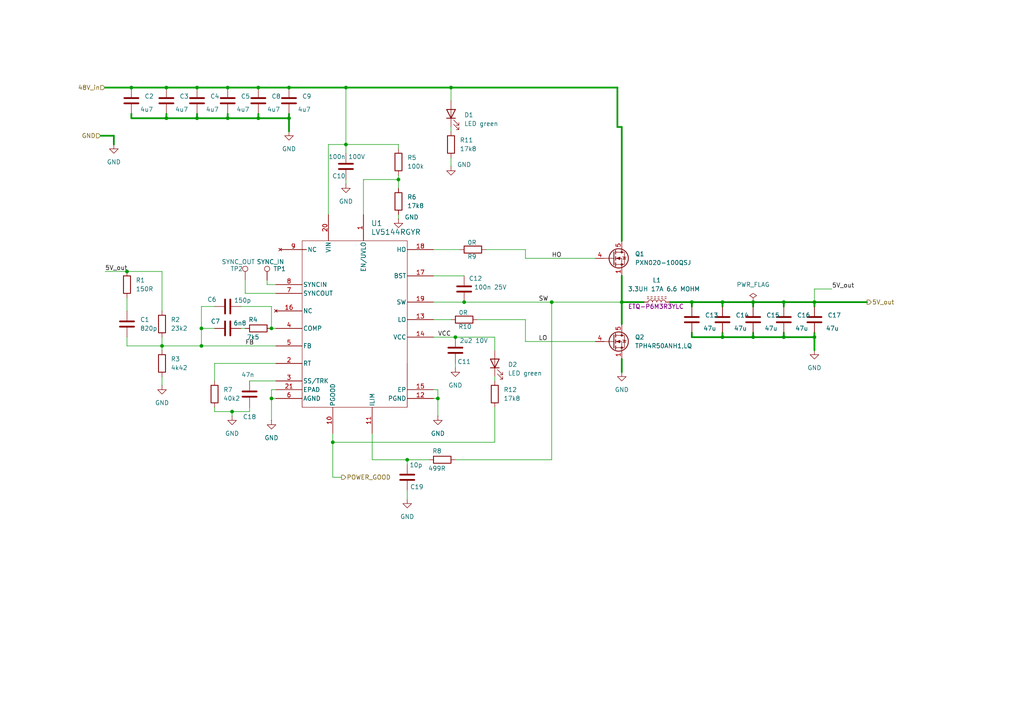
<source format=kicad_sch>
(kicad_sch (version 20231120) (generator "eeschema") (generator_version "8.0")
  (paper "A4")
  (lib_symbols
    (symbol "Connector:TestPoint" (pin_numbers hide) (pin_names (offset 0.762) hide)
      (property "Reference" "TP" (at 0 6.858 0))
      (property "Value" "TestPoint" (at 0 5.08 0))
      (symbol "TestPoint_0_1"
        (circle (center 0 3.302) (radius 0.762))
      )
      (symbol "TestPoint_1_1"
        (pin passive line (at 0 0 90) (length 2.54) (name "1") (number "1"))
      )
    )
    (symbol "Device:C" (pin_numbers hide) (pin_names (offset 0.254))
      (property "Reference" "C" (at 0.635 2.54 0))
      (property "Value" "C" (at 0.635 -2.54 0))
      (symbol "C_0_1"
        (polyline (pts (xy -2.032 -0.762) (xy 2.032 -0.762)) (stroke (width 0.508)))
        (polyline (pts (xy -2.032 0.762) (xy 2.032 0.762)) (stroke (width 0.508)))
      )
      (symbol "C_1_1"
        (pin passive line (at 0 3.81 270) (length 2.794) (name "~") (number "1"))
        (pin passive line (at 0 -3.81 90) (length 2.794) (name "~") (number "2"))
      )
    )
    (symbol "Device:LED" (pin_numbers hide) (pin_names (offset 1.016) hide)
      (property "Reference" "D" (at 0 2.54 0))
      (property "Value" "LED" (at 0 -2.54 0))
      (symbol "LED_0_1"
        (polyline (pts (xy -1.27 -1.27) (xy -1.27 1.27)) (stroke (width 0.254)))
        (polyline (pts (xy -1.27 0) (xy 1.27 0)))
        (polyline (pts (xy 1.27 -1.27) (xy 1.27 1.27) (xy -1.27 0) (xy 1.27 -1.27)) (stroke (width 0.254)))
        (polyline (pts (xy -3.048 -0.762) (xy -4.572 -2.286) (xy -3.81 -2.286) (xy -4.572 -2.286) (xy -4.572 -1.524)))
        (polyline (pts (xy -1.778 -0.762) (xy -3.302 -2.286) (xy -2.54 -2.286) (xy -3.302 -2.286) (xy -3.302 -1.524)))
      )
      (symbol "LED_1_1"
        (pin passive line (at -3.81 0 0) (length 2.54) (name "K") (number "1"))
        (pin passive line (at 3.81 0 180) (length 2.54) (name "A") (number "2"))
      )
    )
    (symbol "Device:L_Ferrite" (pin_numbers hide) (pin_names (offset 1.016) hide)
      (property "Reference" "L" (at -1.27 0 90))
      (property "Value" "L_Ferrite" (at 2.794 0 90))
      (symbol "L_Ferrite_0_1"
        (arc (start 0 -2.54) (mid 0.6323 -1.905) (end 0 -1.27))
        (arc (start 0 -1.27) (mid 0.6323 -0.635) (end 0 0))
        (polyline (pts (xy 1.016 -2.794) (xy 1.016 -2.286)))
        (polyline (pts (xy 1.016 -1.778) (xy 1.016 -1.27)))
        (polyline (pts (xy 1.016 -0.762) (xy 1.016 -0.254)))
        (polyline (pts (xy 1.016 0.254) (xy 1.016 0.762)))
        (polyline (pts (xy 1.016 1.27) (xy 1.016 1.778)))
        (polyline (pts (xy 1.016 2.286) (xy 1.016 2.794)))
        (polyline (pts (xy 1.524 -2.286) (xy 1.524 -2.794)))
        (polyline (pts (xy 1.524 -1.27) (xy 1.524 -1.778)))
        (polyline (pts (xy 1.524 -0.254) (xy 1.524 -0.762)))
        (polyline (pts (xy 1.524 0.762) (xy 1.524 0.254)))
        (polyline (pts (xy 1.524 1.778) (xy 1.524 1.27)))
        (polyline (pts (xy 1.524 2.794) (xy 1.524 2.286)))
        (arc (start 0 0) (mid 0.6323 0.635) (end 0 1.27))
        (arc (start 0 1.27) (mid 0.6323 1.905) (end 0 2.54))
      )
      (symbol "L_Ferrite_1_1"
        (pin passive line (at 0 3.81 270) (length 1.27) (name "1") (number "1"))
        (pin passive line (at 0 -3.81 90) (length 1.27) (name "2") (number "2"))
      )
    )
    (symbol "Device:R" (pin_numbers hide) (pin_names (offset 0))
      (property "Reference" "R" (at 2.032 0 90))
      (property "Value" "R" (at 0 0 90))
      (symbol "R_0_1"
        (rectangle (start -1.016 -2.54) (end 1.016 2.54) (stroke (width 0.254)))
      )
      (symbol "R_1_1"
        (pin passive line (at 0 3.81 270) (length 1.27) (name "~") (number "1"))
        (pin passive line (at 0 -3.81 90) (length 1.27) (name "~") (number "2"))
      )
    )
    (symbol "LV5144:LV5144RGYR" (pin_names (offset 0.254))
      (property "Reference" "U" (at 22.86 10.16 0))
      (property "Value" "LV5144RGYR" (at 22.86 7.62 0))
      (symbol "LV5144RGYR_0_1"
        (polyline (pts (xy 7.62 -43.18) (xy 38.1 -43.18)) (stroke (width 0.127)))
        (polyline (pts (xy 7.62 5.08) (xy 7.62 -30.48)) (stroke (width 0.127)))
        (polyline (pts (xy 38.1 -30.48) (xy 38.1 5.08)) (stroke (width 0.127)))
        (polyline (pts (xy 38.1 5.08) (xy 7.62 5.08)) (stroke (width 0.127)))
        (pin input line (at 25.4 12.7 270) (length 7.62) (name "EN/UVLO") (number "1"))
        (pin output line (at 16.51 -50.8 90) (length 7.62) (name "PGOOD") (number "10"))
        (pin input line (at 27.94 -50.8 90) (length 7.62) (name "ILIM") (number "11"))
        (pin output line (at 45.72 -22.86 180) (length 7.62) (name "VCC") (number "14"))
        (pin no_connect line (at 0 -15.24 0) (length 7.62) (name "NC") (number "16"))
        (pin input line (at 0 -30.48 0) (length 7.62) (name "RT") (number "2"))
        (pin power_in line (at 15.24 12.7 270) (length 7.62) (name "VIN") (number "20"))
        (pin input line (at 0 -35.56 0) (length 7.62) (name "SS/TRK") (number "3"))
        (pin output line (at 0 -20.32 0) (length 7.62) (name "COMP") (number "4"))
        (pin input line (at 0 -25.4 0) (length 7.62) (name "FB") (number "5"))
        (pin output line (at 0 -10.16 0) (length 7.62) (name "SYNCOUT") (number "7"))
        (pin input line (at 0 -7.62 0) (length 7.62) (name "SYNCIN") (number "8"))
        (pin no_connect line (at 1.27 2.54 0) (length 7.62) (name "NC") (number "9"))
      )
      (symbol "LV5144RGYR_1_1"
        (polyline (pts (xy 7.62 -30.48) (xy 7.62 -43.18)))
        (polyline (pts (xy 38.1 -30.48) (xy 38.1 -43.18)))
        (pin power_in line (at 45.72 -40.64 180) (length 7.62) (name "PGND") (number "12"))
        (pin output line (at 45.72 -17.78 180) (length 7.62) (name "LO") (number "13"))
        (pin power_in line (at 45.72 -38.1 180) (length 7.62) (name "EP") (number "15"))
        (pin bidirectional line (at 45.72 -5.08 180) (length 7.62) (name "BST") (number "17"))
        (pin output line (at 45.72 2.54 180) (length 7.62) (name "HO") (number "18"))
        (pin bidirectional line (at 45.72 -12.7 180) (length 7.62) (name "SW") (number "19"))
        (pin power_in line (at 0 -38.1 0) (length 7.62) (name "EPAD") (number "21"))
        (pin power_in line (at 0 -40.64 0) (length 7.62) (name "AGND") (number "6"))
      )
    )
    (symbol "Transistor_FET:BSC100N10NSFG" (pin_names hide)
      (property "Reference" "Q" (at 5.08 1.905 0))
      (property "Value" "BSC100N10NSFG" (at 5.08 0 0))
      (symbol "BSC100N10NSFG_0_1"
        (polyline (pts (xy 0.254 0) (xy -2.54 0)))
        (polyline (pts (xy 0.254 1.905) (xy 0.254 -1.905)) (stroke (width 0.254)))
        (polyline (pts (xy 0.762 -1.27) (xy 0.762 -2.286)) (stroke (width 0.254)))
        (polyline (pts (xy 0.762 0.508) (xy 0.762 -0.508)) (stroke (width 0.254)))
        (polyline (pts (xy 0.762 2.286) (xy 0.762 1.27)) (stroke (width 0.254)))
        (polyline (pts (xy 2.54 2.54) (xy 2.54 1.778)))
        (polyline (pts (xy 2.54 -2.54) (xy 2.54 0) (xy 0.762 0)))
        (polyline (pts (xy 0.762 -1.778) (xy 3.302 -1.778) (xy 3.302 1.778) (xy 0.762 1.778)))
        (polyline (pts (xy 1.016 0) (xy 2.032 0.381) (xy 2.032 -0.381) (xy 1.016 0)) (fill (type outline)))
        (polyline (pts (xy 2.794 0.508) (xy 2.921 0.381) (xy 3.683 0.381) (xy 3.81 0.254)))
        (polyline (pts (xy 3.302 0.381) (xy 2.921 -0.254) (xy 3.683 -0.254) (xy 3.302 0.381)))
        (circle (center 1.651 0) (radius 2.794) (stroke (width 0.254)))
        (circle (center 2.54 -1.778) (radius 0.254) (fill (type outline)))
        (circle (center 2.54 1.778) (radius 0.254) (fill (type outline)))
      )
      (symbol "BSC100N10NSFG_1_1"
        (pin passive line (at 2.54 -5.08 90) (length 2.54) (name "S") (number "1"))
        (pin passive line (at 2.54 -5.08 90) (length 2.54) hide (name "S") (number "2"))
        (pin passive line (at 2.54 -5.08 90) (length 2.54) hide (name "S") (number "3"))
        (pin passive line (at -5.08 0 0) (length 2.54) (name "G") (number "4"))
        (pin passive line (at 2.54 5.08 270) (length 2.54) (name "D") (number "5"))
      )
    )
    (symbol "power:GND" (power) (pin_numbers hide) (pin_names (offset 0) hide)
      (property "Value" "GND" (at 0 -3.81 0))
      (symbol "GND_0_1"
        (polyline (pts (xy 0 0) (xy 0 -1.27) (xy 1.27 -1.27) (xy 0 -2.54) (xy -1.27 -1.27) (xy 0 -1.27)))
      )
      (symbol "GND_1_1"
        (pin power_in line (at 0 0 270) (length 0) (name "~") (number "1"))
      )
    )
    (symbol "power:PWR_FLAG" (power) (pin_numbers hide) (pin_names (offset 0) hide)
      (property "Value" "PWR_FLAG" (at 0 3.81 0))
      (symbol "PWR_FLAG_0_0"
        (pin power_out line (at 0 0 90) (length 0) (name "~") (number "1"))
      )
      (symbol "PWR_FLAG_0_1"
        (polyline (pts (xy 0 0) (xy 0 1.27) (xy -1.016 1.905) (xy 0 2.54) (xy 1.016 1.905) (xy 0 1.27)))
      )
    )
  )
  (junction (at 236.22 97.79))
  (junction (at 67.31 119.38))
  (junction (at 83.82 25.4))
  (junction (at 96.52 128.27))
  (junction (at 209.55 97.79))
  (junction (at 66.04 34.29))
  (junction (at 74.93 25.4))
  (junction (at 66.04 25.4))
  (junction (at 83.82 34.29))
  (junction (at 209.55 87.63))
  (junction (at 227.33 87.63))
  (junction (at 218.44 97.79))
  (junction (at 100.33 41.91))
  (junction (at 38.1 25.4))
  (junction (at 58.42 100.33))
  (junction (at 132.08 97.79))
  (junction (at 180.34 87.63))
  (junction (at 48.26 34.29))
  (junction (at 74.93 34.29))
  (junction (at 130.81 25.4))
  (junction (at 236.22 87.63))
  (junction (at 46.99 100.33))
  (junction (at 134.62 87.63))
  (junction (at 57.15 34.29))
  (junction (at 100.33 25.4))
  (junction (at 115.57 52.07))
  (junction (at 118.11 133.35))
  (junction (at 36.83 78.74))
  (junction (at 127 115.57))
  (junction (at 58.42 95.25))
  (junction (at 78.74 115.57))
  (junction (at 48.26 25.4))
  (junction (at 78.74 95.25))
  (junction (at 227.33 97.79))
  (junction (at 160.02 87.63))
  (junction (at 57.15 25.4))
  (junction (at 218.44 87.63))
  (junction (at 200.66 87.63))
  (wire (pts (xy 67.31 119.38) (xy 72.39 119.38)))
  (wire (pts (xy 236.22 87.63) (xy 236.22 83.82)))
  (wire (pts (xy 62.23 105.41) (xy 62.23 110.49)))
  (wire (pts (xy 218.44 96.52) (xy 218.44 97.79)) (stroke (width 0.5)))
  (wire (pts (xy 72.39 118.11) (xy 72.39 119.38)))
  (wire (pts (xy 115.57 50.8) (xy 115.57 52.07)))
  (wire (pts (xy 200.66 96.52) (xy 200.66 97.79)) (stroke (width 0.5)))
  (wire (pts (xy 105.41 52.07) (xy 115.57 52.07)))
  (wire (pts (xy 209.55 96.52) (xy 209.55 97.79)) (stroke (width 0.5)))
  (wire (pts (xy 46.99 109.22) (xy 46.99 111.76)))
  (wire (pts (xy 125.73 115.57) (xy 127 115.57)))
  (wire (pts (xy 38.1 34.29) (xy 38.1 33.02)) (stroke (width 0.5)))
  (wire (pts (xy 125.73 87.63) (xy 134.62 87.63)))
  (wire (pts (xy 160.02 133.35) (xy 160.02 87.63)))
  (wire (pts (xy 115.57 43.18) (xy 115.57 41.91)))
  (wire (pts (xy 62.23 119.38) (xy 62.23 118.11)))
  (wire (pts (xy 48.26 25.4) (xy 57.15 25.4)) (stroke (width 0.5)))
  (wire (pts (xy 160.02 87.63) (xy 180.34 87.63)))
  (wire (pts (xy 66.04 33.02) (xy 66.04 34.29)) (stroke (width 0.5)))
  (wire (pts (xy 218.44 87.63) (xy 227.33 87.63)) (stroke (width 0.5)))
  (wire (pts (xy 83.82 34.29) (xy 83.82 38.1)) (stroke (width 0.5)))
  (wire (pts (xy 72.39 110.49) (xy 80.01 110.49)))
  (wire (pts (xy 143.51 97.79) (xy 143.51 101.6)))
  (wire (pts (xy 30.48 25.4) (xy 38.1 25.4)) (stroke (width 0.5)))
  (wire (pts (xy 140.97 72.39) (xy 152.4 72.39)))
  (wire (pts (xy 118.11 133.35) (xy 118.11 134.62)))
  (wire (pts (xy 200.66 87.63) (xy 200.66 88.9)) (stroke (width 0.5)))
  (wire (pts (xy 78.74 115.57) (xy 80.01 115.57)))
  (wire (pts (xy 62.23 88.9) (xy 58.42 88.9)))
  (wire (pts (xy 95.25 62.23) (xy 95.25 41.91)))
  (wire (pts (xy 100.33 52.07) (xy 100.33 53.34)))
  (wire (pts (xy 36.83 100.33) (xy 46.99 100.33)))
  (wire (pts (xy 209.55 87.63) (xy 218.44 87.63)) (stroke (width 0.5)))
  (wire (pts (xy 36.83 86.36) (xy 36.83 90.17)))
  (wire (pts (xy 115.57 62.23) (xy 115.57 63.5)))
  (wire (pts (xy 58.42 88.9) (xy 58.42 95.25)))
  (wire (pts (xy 29.21 39.37) (xy 33.02 39.37)) (stroke (width 0.5)))
  (wire (pts (xy 80.01 85.09) (xy 71.12 85.09)))
  (wire (pts (xy 236.22 87.63) (xy 236.22 88.9)) (stroke (width 0.5)))
  (wire (pts (xy 67.31 119.38) (xy 62.23 119.38)))
  (wire (pts (xy 118.11 133.35) (xy 124.46 133.35)))
  (wire (pts (xy 33.02 39.37) (xy 33.02 41.91)) (stroke (width 0.5)))
  (wire (pts (xy 118.11 142.24) (xy 118.11 144.78)))
  (wire (pts (xy 180.34 87.63) (xy 186.69 87.63)) (stroke (width 0.5)))
  (wire (pts (xy 127 113.03) (xy 127 115.57)))
  (wire (pts (xy 36.83 97.79) (xy 36.83 100.33)))
  (wire (pts (xy 57.15 25.4) (xy 66.04 25.4)) (stroke (width 0.5)))
  (wire (pts (xy 96.52 128.27) (xy 143.51 128.27)))
  (wire (pts (xy 46.99 90.17) (xy 46.99 78.74)))
  (wire (pts (xy 80.01 113.03) (xy 78.74 113.03)))
  (wire (pts (xy 227.33 96.52) (xy 227.33 97.79)) (stroke (width 0.5)))
  (wire (pts (xy 30.48 78.74) (xy 36.83 78.74)))
  (wire (pts (xy 236.22 87.63) (xy 251.46 87.63)) (stroke (width 0.5)))
  (wire (pts (xy 125.73 97.79) (xy 132.08 97.79)))
  (wire (pts (xy 236.22 97.79) (xy 236.22 101.6)) (stroke (width 0.5)))
  (wire (pts (xy 180.34 80.01) (xy 180.34 87.63)) (stroke (width 0.5)))
  (wire (pts (xy 80.01 105.41) (xy 62.23 105.41)))
  (wire (pts (xy 67.31 120.65) (xy 67.31 119.38)))
  (wire (pts (xy 38.1 34.29) (xy 48.26 34.29)) (stroke (width 0.5)))
  (wire (pts (xy 227.33 97.79) (xy 236.22 97.79)) (stroke (width 0.5)))
  (wire (pts (xy 74.93 34.29) (xy 83.82 34.29)) (stroke (width 0.5)))
  (wire (pts (xy 236.22 83.82) (xy 241.3 83.82)))
  (wire (pts (xy 227.33 87.63) (xy 227.33 88.9)) (stroke (width 0.5)))
  (wire (pts (xy 96.52 128.27) (xy 96.52 138.43)))
  (wire (pts (xy 138.43 92.71) (xy 152.4 92.71)))
  (wire (pts (xy 200.66 87.63) (xy 209.55 87.63)) (stroke (width 0.5)))
  (wire (pts (xy 227.33 87.63) (xy 236.22 87.63)) (stroke (width 0.5)))
  (wire (pts (xy 152.4 74.93) (xy 172.72 74.93)))
  (wire (pts (xy 125.73 113.03) (xy 127 113.03)))
  (wire (pts (xy 46.99 97.79) (xy 46.99 100.33)))
  (wire (pts (xy 130.81 36.83) (xy 130.81 38.1)))
  (wire (pts (xy 218.44 97.79) (xy 227.33 97.79)) (stroke (width 0.5)))
  (wire (pts (xy 83.82 33.02) (xy 83.82 34.29)) (stroke (width 0.5)))
  (wire (pts (xy 143.51 109.22) (xy 143.51 110.49)))
  (wire (pts (xy 78.74 88.9) (xy 78.74 95.25)))
  (wire (pts (xy 130.81 25.4) (xy 100.33 25.4)) (stroke (width 0.5)))
  (wire (pts (xy 152.4 92.71) (xy 152.4 99.06)))
  (wire (pts (xy 125.73 92.71) (xy 130.81 92.71)))
  (wire (pts (xy 152.4 99.06) (xy 172.72 99.06)))
  (wire (pts (xy 132.08 97.79) (xy 143.51 97.79)))
  (wire (pts (xy 48.26 33.02) (xy 48.26 34.29)) (stroke (width 0.5)))
  (wire (pts (xy 58.42 95.25) (xy 58.42 100.33)))
  (wire (pts (xy 46.99 100.33) (xy 46.99 101.6)))
  (wire (pts (xy 78.74 95.25) (xy 80.01 95.25)))
  (wire (pts (xy 96.52 138.43) (xy 99.06 138.43)))
  (wire (pts (xy 48.26 34.29) (xy 57.15 34.29)) (stroke (width 0.5)))
  (wire (pts (xy 179.07 25.4) (xy 130.81 25.4)) (stroke (width 0.5)))
  (wire (pts (xy 71.12 81.28) (xy 71.12 85.09)))
  (wire (pts (xy 57.15 33.02) (xy 57.15 34.29)) (stroke (width 0.5)))
  (wire (pts (xy 179.07 36.83) (xy 180.34 36.83)) (stroke (width 0.5)))
  (wire (pts (xy 38.1 25.4) (xy 48.26 25.4)) (stroke (width 0.5)))
  (wire (pts (xy 209.55 87.63) (xy 209.55 88.9)) (stroke (width 0.5)))
  (wire (pts (xy 78.74 115.57) (xy 78.74 121.92)))
  (wire (pts (xy 80.01 100.33) (xy 58.42 100.33)))
  (wire (pts (xy 36.83 78.74) (xy 46.99 78.74)))
  (wire (pts (xy 179.07 36.83) (xy 179.07 25.4)) (stroke (width 0.5)))
  (wire (pts (xy 77.47 81.28) (xy 77.47 82.55)))
  (wire (pts (xy 74.93 25.4) (xy 83.82 25.4)) (stroke (width 0.5)))
  (wire (pts (xy 58.42 100.33) (xy 46.99 100.33)))
  (wire (pts (xy 125.73 80.01) (xy 134.62 80.01)))
  (wire (pts (xy 96.52 125.73) (xy 96.52 128.27)))
  (wire (pts (xy 100.33 41.91) (xy 100.33 44.45)))
  (wire (pts (xy 125.73 72.39) (xy 133.35 72.39)))
  (wire (pts (xy 74.93 33.02) (xy 74.93 34.29)) (stroke (width 0.5)))
  (wire (pts (xy 105.41 62.23) (xy 105.41 52.07)))
  (wire (pts (xy 58.42 95.25) (xy 62.23 95.25)))
  (wire (pts (xy 180.34 104.14) (xy 180.34 107.95)) (stroke (width 0.5)))
  (wire (pts (xy 236.22 96.52) (xy 236.22 97.79)) (stroke (width 0.5)))
  (wire (pts (xy 200.66 97.79) (xy 209.55 97.79)) (stroke (width 0.5)))
  (wire (pts (xy 100.33 25.4) (xy 100.33 41.91)))
  (wire (pts (xy 78.74 113.03) (xy 78.74 115.57)))
  (wire (pts (xy 180.34 36.83) (xy 180.34 69.85)) (stroke (width 0.5)))
  (wire (pts (xy 107.95 133.35) (xy 118.11 133.35)))
  (wire (pts (xy 127 115.57) (xy 127 120.65)))
  (wire (pts (xy 69.85 88.9) (xy 78.74 88.9)))
  (wire (pts (xy 66.04 25.4) (xy 74.93 25.4)) (stroke (width 0.5)))
  (wire (pts (xy 209.55 97.79) (xy 218.44 97.79)) (stroke (width 0.5)))
  (wire (pts (xy 152.4 72.39) (xy 152.4 74.93)))
  (wire (pts (xy 194.31 87.63) (xy 200.66 87.63)) (stroke (width 0.5)))
  (wire (pts (xy 132.08 105.41) (xy 132.08 106.68)))
  (wire (pts (xy 218.44 87.63) (xy 218.44 88.9)) (stroke (width 0.5)))
  (wire (pts (xy 69.85 95.25) (xy 71.12 95.25)))
  (wire (pts (xy 130.81 45.72) (xy 130.81 48.26)))
  (wire (pts (xy 95.25 41.91) (xy 100.33 41.91)))
  (wire (pts (xy 57.15 34.29) (xy 66.04 34.29)) (stroke (width 0.5)))
  (wire (pts (xy 180.34 87.63) (xy 180.34 93.98)) (stroke (width 0.5)))
  (wire (pts (xy 134.62 87.63) (xy 160.02 87.63)))
  (wire (pts (xy 100.33 25.4) (xy 83.82 25.4)) (stroke (width 0.5)))
  (wire (pts (xy 132.08 133.35) (xy 160.02 133.35)))
  (wire (pts (xy 66.04 34.29) (xy 74.93 34.29)) (stroke (width 0.5)))
  (wire (pts (xy 115.57 41.91) (xy 100.33 41.91)))
  (wire (pts (xy 143.51 118.11) (xy 143.51 128.27)))
  (wire (pts (xy 130.81 25.4) (xy 130.81 29.21)))
  (wire (pts (xy 77.47 82.55) (xy 80.01 82.55)))
  (wire (pts (xy 107.95 125.73) (xy 107.95 133.35)))
  (wire (pts (xy 115.57 52.07) (xy 115.57 54.61)))
  (label "LO" (at 156.21 99.06 0))
  (label "5V_out" (at 241.3 83.82 0))
  (label "VCC" (at 127 97.79 0))
  (label "5V_out" (at 30.48 78.74 0))
  (label "FB" (at 71.12 100.33 0))
  (label "SW" (at 156.21 87.63 0))
  (label "HO" (at 160.02 74.93 0))
  (hierarchical_label "POWER_GOOD" (shape output) (at 99.06 138.43 0))
  (hierarchical_label "48V_in" (shape input) (at 30.48 25.4 180))
  (hierarchical_label "GND" (shape input) (at 29.21 39.37 180))
  (hierarchical_label "5V_out" (shape output) (at 251.46 87.63 0))
  (symbol (lib_id "power:GND") (at 130.81 48.26 0) (unit 1)
    (property "Reference" "#PWR015" (effects (hide yes)))
    (property "Value" "GND" (at 134.62 47.752 0))
    (property "Description" "Power symbol creates a global label with name \"GND\" , ground" (effects (hide yes)))
  )
  (symbol (lib_id "Device:R") (at 74.93 95.25 90) (unit 1)
    (property "Reference" "R4" (at 73.406 92.71 90))
    (property "Value" "7k5" (at 73.406 97.79 90))
    (property "Footprint" "Resistor_SMD:R_0603_1608Metric" (effects (hide yes)))
    (property "Description" "Resistor" (effects (hide yes)))
  )
  (symbol (lib_id "power:GND") (at 236.22 101.6 0) (unit 1)
    (property "Reference" "#PWR010" (effects (hide yes)))
    (property "Value" "GND" (at 236.22 106.68 0))
    (property "Description" "Power symbol creates a global label with name \"GND\" , ground" (effects (hide yes)))
  )
  (symbol (lib_id "Device:C") (at 38.1 29.21 0) (unit 1)
    (property "Reference" "C2" (at 41.91 27.9399 0) (effects (justify left)))
    (property "Value" "4u7" (at 40.64 31.75 0) (effects (justify left)))
    (property "Footprint" "Capacitor_SMD:C_1210_3225Metric_Pad1.33x2.70mm_HandSolder" (effects (hide yes)))
    (property "Description" "Unpolarized capacitor" (effects (hide yes)))
    (property "MPN" "GCM32DC72A475KE02L" (effects (hide yes)))
  )
  (symbol (lib_id "Device:C") (at 72.39 114.3 180) (unit 1)
    (property "Reference" "C18" (at 72.39 120.904 0))
    (property "Value" "47n" (at 71.882 108.712 0))
    (property "Footprint" "Capacitor_SMD:C_0603_1608Metric" (effects (hide yes)))
    (property "Description" "Unpolarized capacitor" (effects (hide yes)))
  )
  (symbol (lib_id "power:GND") (at 180.34 107.95 0) (unit 1)
    (property "Reference" "#PWR09" (effects (hide yes)))
    (property "Value" "GND" (at 180.34 113.03 0))
    (property "Description" "Power symbol creates a global label with name \"GND\" , ground" (effects (hide yes)))
  )
  (symbol (lib_id "Device:R") (at 46.99 105.41 0) (unit 1)
    (property "Reference" "R3" (at 49.53 104.1399 0) (effects (justify left)))
    (property "Value" "4k42" (at 49.53 106.6799 0) (effects (justify left)))
    (property "Footprint" "Resistor_SMD:R_0603_1608Metric" (effects (hide yes)))
    (property "Description" "Resistor" (effects (hide yes)))
  )
  (symbol (lib_id "Device:C") (at 74.93 29.21 0) (unit 1)
    (property "Reference" "C8" (at 78.74 27.9399 0) (effects (justify left)))
    (property "Value" "4u7" (at 77.47 31.75 0) (effects (justify left)))
    (property "Footprint" "Capacitor_SMD:C_1210_3225Metric_Pad1.33x2.70mm_HandSolder" (effects (hide yes)))
    (property "Description" "Unpolarized capacitor" (effects (hide yes)))
    (property "MPN" "GCM32DC72A475KE02L" (effects (hide yes)))
  )
  (symbol (lib_id "power:GND") (at 67.31 120.65 0) (unit 1)
    (property "Reference" "#PWR011" (effects (hide yes)))
    (property "Value" "GND" (at 67.31 125.73 0))
    (property "Description" "Power symbol creates a global label with name \"GND\" , ground" (effects (hide yes)))
  )
  (symbol (lib_id "Device:C") (at 48.26 29.21 0) (unit 1)
    (property "Reference" "C3" (at 52.07 27.9399 0) (effects (justify left)))
    (property "Value" "4u7" (at 50.8 31.75 0) (effects (justify left)))
    (property "Footprint" "Capacitor_SMD:C_1210_3225Metric_Pad1.33x2.70mm_HandSolder" (effects (hide yes)))
    (property "Description" "Unpolarized capacitor" (effects (hide yes)))
    (property "MPN" "GCM32DC72A475KE02L" (effects (hide yes)))
  )
  (symbol (lib_id "Transistor_FET:BSC100N10NSFG") (at 177.8 99.06 0) (unit 1)
    (property "Reference" "Q2" (at 184.15 97.7899 0) (effects (justify left)))
    (property "Value" "TPH4R50ANH1,LQ" (at 184.15 100.3299 0) (effects (justify left)))
    (property "Footprint" "Package_TO_SOT_SMD:TDSON-8-1" (effects (hide yes)))
    (property "Datasheet" "http://www.infineon.com/dgdl/Infineon-BSC100N10NSF-DS-v02_08-en.pdf?fileId=db3a30431b3e89eb011b49a75b607b57" (effects (hide yes)))
    (property "Description" "90A Id, 100V Vds, OptiMOS N-Channel Power MOSFET, 10.0mOhm Ron, Qg (typ) 33.0nC, PG-TDSON-8" (effects (hide yes)))
    (property "MPN" "TPH4R50ANH1,LQ" (effects (hide yes)))
  )
  (symbol (lib_id "Device:C") (at 134.62 83.82 180) (unit 1)
    (property "Reference" "C12" (at 137.922 80.772 0))
    (property "Value" "100n 25V" (at 142.24 83.312 0))
    (property "Footprint" "Capacitor_SMD:C_0603_1608Metric" (effects (hide yes)))
    (property "Description" "Unpolarized capacitor" (effects (hide yes)))
  )
  (symbol (lib_id "Device:C") (at 57.15 29.21 0) (unit 1)
    (property "Reference" "C4" (at 60.96 27.9399 0) (effects (justify left)))
    (property "Value" "4u7" (at 59.69 31.75 0) (effects (justify left)))
    (property "Footprint" "Capacitor_SMD:C_1210_3225Metric_Pad1.33x2.70mm_HandSolder" (effects (hide yes)))
    (property "Description" "Unpolarized capacitor" (effects (hide yes)))
    (property "MPN" "GCM32DC72A475KE02L" (effects (hide yes)))
  )
  (symbol (lib_id "Device:R") (at 115.57 58.42 0) (unit 1)
    (property "Reference" "R6" (at 118.11 57.1499 0) (effects (justify left)))
    (property "Value" "17k8" (at 118.11 59.6899 0) (effects (justify left)))
    (property "Footprint" "Resistor_SMD:R_0603_1608Metric" (effects (hide yes)))
    (property "Description" "Resistor" (effects (hide yes)))
  )
  (symbol (lib_id "Device:R") (at 143.51 114.3 0) (unit 1)
    (property "Reference" "R12" (at 146.05 113.0299 0) (effects (justify left)))
    (property "Value" "17k8" (at 146.05 115.5699 0) (effects (justify left)))
    (property "Footprint" "Resistor_SMD:R_0603_1608Metric" (effects (hide yes)))
    (property "Description" "Resistor" (effects (hide yes)))
  )
  (symbol (lib_id "Device:C") (at 227.33 92.71 0) (unit 1)
    (property "Reference" "C16" (at 231.14 91.4399 0) (effects (justify left)))
    (property "Value" "47u" (at 230.632 95.25 0) (effects (justify left)))
    (property "Footprint" "Capacitor_SMD:C_1210_3225Metric_Pad1.33x2.70mm_HandSolder" (effects (hide yes)))
    (property "Description" "Unpolarized capacitor" (effects (hide yes)))
    (property "MPN" "JMK325B7476KMHTR" (effects (hide yes)))
  )
  (symbol (lib_id "Device:C") (at 132.08 101.6 180) (unit 1)
    (property "Reference" "C11" (at 134.62 104.902 0))
    (property "Value" "2u2 10V" (at 137.414 98.806 0))
    (property "Footprint" "Capacitor_SMD:C_0603_1608Metric" (effects (hide yes)))
    (property "Description" "Unpolarized capacitor" (effects (hide yes)))
  )
  (symbol (lib_id "Device:R") (at 130.81 41.91 0) (unit 1)
    (property "Reference" "R11" (at 133.35 40.6399 0) (effects (justify left)))
    (property "Value" "17k8" (at 133.35 43.1799 0) (effects (justify left)))
    (property "Footprint" "Resistor_SMD:R_0603_1608Metric" (effects (hide yes)))
    (property "Description" "Resistor" (effects (hide yes)))
  )
  (symbol (lib_id "Device:C") (at 218.44 92.71 0) (unit 1)
    (property "Reference" "C15" (at 222.25 91.4399 0) (effects (justify left)))
    (property "Value" "47u" (at 221.742 95.25 0) (effects (justify left)))
    (property "Footprint" "Capacitor_SMD:C_1210_3225Metric_Pad1.33x2.70mm_HandSolder" (effects (hide yes)))
    (property "Description" "Unpolarized capacitor" (effects (hide yes)))
    (property "MPN" "JMK325B7476KMHTR" (effects (hide yes)))
  )
  (symbol (lib_id "Device:R") (at 36.83 82.55 0) (unit 1)
    (property "Reference" "R1" (at 39.37 81.2799 0) (effects (justify left)))
    (property "Value" "150R" (at 39.37 83.8199 0) (effects (justify left)))
    (property "Footprint" "Resistor_SMD:R_0603_1608Metric" (effects (hide yes)))
    (property "Description" "Resistor" (effects (hide yes)))
  )
  (symbol (lib_id "power:GND") (at 100.33 53.34 0) (unit 1)
    (property "Reference" "#PWR05" (effects (hide yes)))
    (property "Value" "GND" (at 100.33 58.42 0))
    (property "Description" "Power symbol creates a global label with name \"GND\" , ground" (effects (hide yes)))
  )
  (symbol (lib_id "Connector:TestPoint") (at 71.12 81.28 0) (unit 1)
    (property "Reference" "TP2" (at 66.802 77.978 0) (effects (justify left)))
    (property "Value" "SYNC_OUT" (at 64.262 75.946 0) (effects (justify left)))
    (property "Footprint" "TestPoint:TestPoint_Pad_D1.0mm" (effects (hide yes)))
    (property "Description" "test point" (effects (hide yes)))
  )
  (symbol (lib_id "power:GND") (at 46.99 111.76 0) (unit 1)
    (property "Reference" "#PWR02" (effects (hide yes)))
    (property "Value" "GND" (at 46.99 116.84 0))
    (property "Description" "Power symbol creates a global label with name \"GND\" , ground" (effects (hide yes)))
  )
  (symbol (lib_id "power:GND") (at 118.11 144.78 0) (unit 1)
    (property "Reference" "#PWR012" (effects (hide yes)))
    (property "Value" "GND" (at 118.11 149.86 0))
    (property "Description" "Power symbol creates a global label with name \"GND\" , ground" (effects (hide yes)))
  )
  (symbol (lib_id "Device:C") (at 83.82 29.21 0) (unit 1)
    (property "Reference" "C9" (at 87.63 27.9399 0) (effects (justify left)))
    (property "Value" "4u7" (at 86.36 31.75 0) (effects (justify left)))
    (property "Footprint" "Capacitor_SMD:C_1210_3225Metric_Pad1.33x2.70mm_HandSolder" (effects (hide yes)))
    (property "Description" "Unpolarized capacitor" (effects (hide yes)))
    (property "MPN" "GCM32DC72A475KE02L" (effects (hide yes)))
  )
  (symbol (lib_id "Device:C") (at 66.04 88.9 90) (unit 1)
    (property "Reference" "C6" (at 61.468 86.868 90))
    (property "Value" "150p" (at 70.358 87.122 90))
    (property "Footprint" "Capacitor_SMD:C_0603_1608Metric" (effects (hide yes)))
    (property "Description" "Unpolarized capacitor" (effects (hide yes)))
  )
  (symbol (lib_id "Device:C") (at 100.33 48.26 180) (unit 1)
    (property "Reference" "C10" (at 98.298 51.054 0))
    (property "Value" "100n 100V" (at 100.584 45.466 0))
    (property "Footprint" "Capacitor_SMD:C_0603_1608Metric" (effects (hide yes)))
    (property "Description" "Unpolarized capacitor" (effects (hide yes)))
  )
  (symbol (lib_id "Device:R") (at 134.62 92.71 90) (unit 1)
    (property "Reference" "R10" (at 134.874 94.742 90))
    (property "Value" "0R" (at 134.366 90.678 90))
    (property "Footprint" "Resistor_SMD:R_0603_1608Metric" (effects (hide yes)))
    (property "Description" "Resistor" (effects (hide yes)))
  )
  (symbol (lib_id "power:GND") (at 33.02 41.91 0) (unit 1)
    (property "Reference" "#PWR01" (effects (hide yes)))
    (property "Value" "GND" (at 33.02 46.99 0))
    (property "Description" "Power symbol creates a global label with name \"GND\" , ground" (effects (hide yes)))
  )
  (symbol (lib_id "Device:C") (at 236.22 92.71 0) (unit 1)
    (property "Reference" "C17" (at 240.03 91.4399 0) (effects (justify left)))
    (property "Value" "47u" (at 239.522 95.25 0) (effects (justify left)))
    (property "Footprint" "Capacitor_SMD:C_1210_3225Metric_Pad1.33x2.70mm_HandSolder" (effects (hide yes)))
    (property "Description" "Unpolarized capacitor" (effects (hide yes)))
    (property "MPN" "JMK325B7476KMHTR" (effects (hide yes)))
  )
  (symbol (lib_id "power:GND") (at 83.82 38.1 0) (unit 1)
    (property "Reference" "#PWR04" (effects (hide yes)))
    (property "Value" "GND" (at 83.82 43.18 0))
    (property "Description" "Power symbol creates a global label with name \"GND\" , ground" (effects (hide yes)))
  )
  (symbol (lib_id "power:GND") (at 78.74 121.92 0) (unit 1)
    (property "Reference" "#PWR03" (effects (hide yes)))
    (property "Value" "GND" (at 78.74 127 0))
    (property "Description" "Power symbol creates a global label with name \"GND\" , ground" (effects (hide yes)))
  )
  (symbol (lib_id "Device:LED") (at 130.81 33.02 90) (unit 1)
    (property "Reference" "D1" (at 134.62 33.3374 90) (effects (justify right)))
    (property "Value" "LED green" (at 134.62 35.8774 90) (effects (justify right)))
    (property "Footprint" "LED_SMD:LED_0603_1608Metric" (effects (hide yes)))
    (property "Description" "Light emitting diode" (effects (hide yes)))
  )
  (symbol (lib_id "Transistor_FET:BSC100N10NSFG") (at 177.8 74.93 0) (unit 1)
    (property "Reference" "Q1" (at 184.15 73.6599 0) (effects (justify left)))
    (property "Value" "PXN020-100QSJ" (at 184.15 76.1999 0) (effects (justify left)))
    (property "Footprint" "Package_TO_SOT_SMD:TDSON-8-1" (effects (hide yes)))
    (property "Datasheet" "http://www.infineon.com/dgdl/Infineon-BSC100N10NSF-DS-v02_08-en.pdf?fileId=db3a30431b3e89eb011b49a75b607b57" (effects (hide yes)))
    (property "Description" "90A Id, 100V Vds, OptiMOS N-Channel Power MOSFET, 10.0mOhm Ron, Qg (typ) 33.0nC, PG-TDSON-8" (effects (hide yes)))
    (property "MPN" "PXN020-100QSJ" (effects (hide yes)))
  )
  (symbol (lib_id "Connector:TestPoint") (at 77.47 81.28 0) (unit 1)
    (property "Reference" "TP1" (at 79.248 77.978 0) (effects (justify left)))
    (property "Value" "SYNC_IN" (at 74.422 75.946 0) (effects (justify left)))
    (property "Footprint" "TestPoint:TestPoint_Pad_D1.0mm" (effects (hide yes)))
    (property "Description" "test point" (effects (hide yes)))
  )
  (symbol (lib_id "Device:R") (at 46.99 93.98 0) (unit 1)
    (property "Reference" "R2" (at 49.53 92.7099 0) (effects (justify left)))
    (property "Value" "23k2" (at 49.53 95.2499 0) (effects (justify left)))
    (property "Footprint" "Resistor_SMD:R_0603_1608Metric" (effects (hide yes)))
    (property "Description" "Resistor" (effects (hide yes)))
  )
  (symbol (lib_id "power:PWR_FLAG") (at 218.44 87.63 0) (unit 1)
    (property "Reference" "#FLG01" (effects (hide yes)))
    (property "Value" "PWR_FLAG" (at 218.44 82.55 0))
    (property "Description" "Special symbol for telling ERC where power comes from" (effects (hide yes)))
  )
  (symbol (lib_id "Device:C") (at 66.04 95.25 90) (unit 1)
    (property "Reference" "C7" (at 62.484 93.218 90))
    (property "Value" "6n8" (at 69.596 93.726 90))
    (property "Footprint" "Capacitor_SMD:C_0603_1608Metric" (effects (hide yes)))
    (property "Description" "Unpolarized capacitor" (effects (hide yes)))
  )
  (symbol (lib_id "LV5144:LV5144RGYR") (at 80.01 74.93 0) (unit 1)
    (property "Reference" "U1" (at 107.6041 64.77 0) (effects (font (size 1.524 1.524)) (justify left)))
    (property "Value" "LV5144RGYR" (at 107.6041 67.31 0) (effects (font (size 1.524 1.524)) (justify left)))
    (property "Footprint" "VQFN20_RGY_TEX" (effects (hide yes)))
    (property "Datasheet" "LV5144RGYR" (effects (hide yes)))
  )
  (symbol (lib_id "Device:R") (at 115.57 46.99 0) (unit 1)
    (property "Reference" "R5" (at 118.11 45.7199 0) (effects (justify left)))
    (property "Value" "100k" (at 118.11 48.2599 0) (effects (justify left)))
    (property "Footprint" "Resistor_SMD:R_0603_1608Metric" (effects (hide yes)))
    (property "Description" "Resistor" (effects (hide yes)))
  )
  (symbol (lib_id "Device:C") (at 36.83 93.98 0) (unit 1)
    (property "Reference" "C1" (at 40.64 92.7099 0) (effects (justify left)))
    (property "Value" "820p" (at 40.64 95.2499 0) (effects (justify left)))
    (property "Footprint" "Capacitor_SMD:C_0603_1608Metric" (effects (hide yes)))
    (property "Description" "Unpolarized capacitor" (effects (hide yes)))
  )
  (symbol (lib_id "power:GND") (at 115.57 63.5 0) (unit 1)
    (property "Reference" "#PWR06" (effects (hide yes)))
    (property "Value" "GND" (at 119.38 62.992 0))
    (property "Description" "Power symbol creates a global label with name \"GND\" , ground" (effects (hide yes)))
  )
  (symbol (lib_id "Device:C") (at 200.66 92.71 0) (unit 1)
    (property "Reference" "C13" (at 204.47 91.4399 0) (effects (justify left)))
    (property "Value" "47u" (at 203.962 95.25 0) (effects (justify left)))
    (property "Footprint" "Capacitor_SMD:C_1210_3225Metric_Pad1.33x2.70mm_HandSolder" (effects (hide yes)))
    (property "Description" "Unpolarized capacitor" (effects (hide yes)))
    (property "MPN" "JMK325B7476KMHTR" (effects (hide yes)))
  )
  (symbol (lib_id "Device:C") (at 66.04 29.21 0) (unit 1)
    (property "Reference" "C5" (at 69.85 27.9399 0) (effects (justify left)))
    (property "Value" "4u7" (at 68.58 31.75 0) (effects (justify left)))
    (property "Footprint" "Capacitor_SMD:C_1210_3225Metric_Pad1.33x2.70mm_HandSolder" (effects (hide yes)))
    (property "Description" "Unpolarized capacitor" (effects (hide yes)))
  )
  (symbol (lib_id "Device:L_Ferrite") (at 190.5 87.63 90) (unit 1)
    (property "Reference" "L1" (at 190.5 81.28 90))
    (property "Value" "3.3UH 17A 6.6 MOHM " (at 193.04 83.82 90))
    (property "Footprint" "led_matrix_footprints:L_Panasonic_PCC-M1060ML" (effects (hide yes)))
    (property "Description" "Inductor with ferrite core" (effects (hide yes)))
    (property "MPN" "ETQ-P6M3R3YLC" (at 190.246 88.9 90))
  )
  (symbol (lib_id "power:GND") (at 127 120.65 0) (unit 1)
    (property "Reference" "#PWR07" (effects (hide yes)))
    (property "Value" "GND" (at 127 125.73 0))
    (property "Description" "Power symbol creates a global label with name \"GND\" , ground" (effects (hide yes)))
  )
  (symbol (lib_id "Device:LED") (at 143.51 105.41 90) (unit 1)
    (property "Reference" "D2" (at 147.32 105.7274 90) (effects (justify right)))
    (property "Value" "LED green" (at 147.32 108.2674 90) (effects (justify right)))
    (property "Footprint" "LED_SMD:LED_0603_1608Metric" (effects (hide yes)))
    (property "Description" "Light emitting diode" (effects (hide yes)))
  )
  (symbol (lib_id "Device:R") (at 137.16 72.39 90) (unit 1)
    (property "Reference" "R9" (at 136.906 74.422 90))
    (property "Value" "0R" (at 136.906 70.358 90))
    (property "Footprint" "Resistor_SMD:R_0603_1608Metric" (effects (hide yes)))
    (property "Description" "Resistor" (effects (hide yes)))
  )
  (symbol (lib_id "Device:R") (at 128.27 133.35 90) (unit 1)
    (property "Reference" "R8" (at 126.746 130.81 90))
    (property "Value" "499R" (at 126.746 135.89 90))
    (property "Footprint" "Resistor_SMD:R_0603_1608Metric" (effects (hide yes)))
    (property "Description" "Resistor" (effects (hide yes)))
  )
  (symbol (lib_id "Device:R") (at 62.23 114.3 180) (unit 1)
    (property "Reference" "R7" (at 64.77 113.0299 0) (effects (justify right)))
    (property "Value" "40k2" (at 64.77 115.5699 0) (effects (justify right)))
    (property "Footprint" "Resistor_SMD:R_0603_1608Metric" (effects (hide yes)))
    (property "Description" "Resistor" (effects (hide yes)))
  )
  (symbol (lib_id "Device:C") (at 118.11 138.43 180) (unit 1)
    (property "Reference" "C19" (at 120.904 141.224 0))
    (property "Value" "10p" (at 120.65 134.874 0))
    (property "Footprint" "Capacitor_SMD:C_0603_1608Metric" (effects (hide yes)))
    (property "Description" "Unpolarized capacitor" (effects (hide yes)))
  )
  (symbol (lib_id "power:GND") (at 132.08 106.68 0) (unit 1)
    (property "Reference" "#PWR08" (effects (hide yes)))
    (property "Value" "GND" (at 132.08 111.76 0))
    (property "Description" "Power symbol creates a global label with name \"GND\" , ground" (effects (hide yes)))
  )
  (symbol (lib_id "Device:C") (at 209.55 92.71 0) (unit 1)
    (property "Reference" "C14" (at 213.36 91.4399 0) (effects (justify left)))
    (property "Value" "47u" (at 212.852 95.25 0) (effects (justify left)))
    (property "Footprint" "Capacitor_SMD:C_1210_3225Metric_Pad1.33x2.70mm_HandSolder" (effects (hide yes)))
    (property "Description" "Unpolarized capacitor" (effects (hide yes)))
    (property "MPN" "JMK325B7476KMHTR" (effects (hide yes)))
  )
)
</source>
